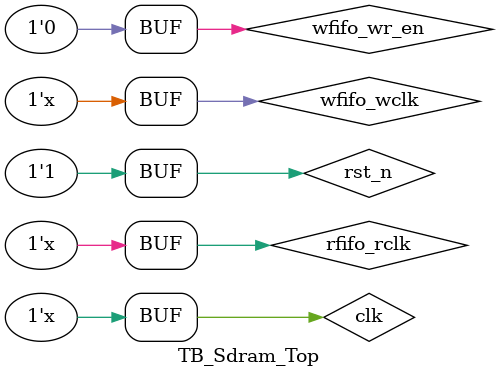
<source format=v>
`timescale      1ns/1ps

module TB_Sdram_Top;

reg             clk;
reg             rst_n;
//wfifo signal
reg             wfifo_wclk;   
reg             wfifo_wr_en;  
reg   [15:0]    wfifo_wr_data;
//rfifo signal
reg             rfifo_rclk;

wire            disp_en;
wire             rfifo_rd_en = disp_en;
wire    [15:0]  rfifo_rd_data;
wire            rfifo_rd_ready;


//-------------------------------------------------------
//SDRAM signal
wire            sdram_clk;
wire            sdram_cke;
wire            sdram_cs_n;
wire            sdram_ras_n;
wire            sdram_cas_n;
wire            sdram_we_n;
wire    [1:0]   sdram_bank;
wire    [11:0]  sdram_addr;
wire    [15:0]  sdram_data;
wire    [1:0]   sdram_dqm;

Sdram_Top Sdram_Top_inst(
    .clk                    (clk),
    .rst_n                  (rst_n),
    .sdram_clk              (sdram_clk),
    .sdram_cke              (sdram_cke),
    .sdram_cs_n             (sdram_cs_n),
    .sdram_ras_n            (sdram_ras_n),
    .sdram_cas_n            (sdram_cas_n),
    .sdram_we_n             (sdram_we_n),
    .sdram_bank             (sdram_bank),
    .sdram_addr             (sdram_addr),
    .sdram_data             (sdram_data),
    .sdram_dqm              (sdram_dqm),
    .wfifo_wclk             (wfifo_wclk),
    .wfifo_wr_en            (wfifo_wr_en),
    .wfifo_wr_data          (wfifo_wr_data),
    .rfifo_rclk             (rfifo_rclk),
    .rfifo_rd_en            (rfifo_rd_en),
    .rfifo_rd_data          (rfifo_rd_data),
    .rfifo_rd_ready         (rfifo_rd_ready)
);
 
defparam    sdram_model_plus_inst.addr_bits = 12;
defparam    sdram_model_plus_inst.data_bits = 16;
defparam    sdram_model_plus_inst.col_bits  = 8;
defparam    sdram_model_plus_inst.mem_sizes = 1048576 - 1;   //1M
    

sdram_model_plus sdram_model_plus_inst(
    .Dq                     (sdram_data), 
    .Addr                   (sdram_addr), 
    .Ba                     (sdram_bank), 
    .Clk                    (sdram_clk),    
    .Cke                    (sdram_cke), 
    .Cs_n                   (sdram_cs_n), 
    .Ras_n                  (sdram_ras_n),
    .Cas_n                  (sdram_cas_n), 
    .We_n                   (sdram_we_n), 
    .Dqm                    (sdram_dqm),
    .Debug                  (1'b1)      //·ÂÕæÄ£ÐÍÔÚµ÷ÊÔÄ£Ê½ÏÂ°Ñdebug¶¨ÒåÎª1
);

initial begin
    clk  = 1'b1;
    rst_n = 1'b0;
    #100;
    rst_n = 1'b1;

end

always #5 clk = ~clk;

initial begin
    wfifo_wclk = 1'b1;
    
    wfifo_wr_en = 1'b0;
    #210000
    wfifo_wr_en = 1'b1;
    #10240
    wfifo_wr_en = 1'b0;
end

always @(posedge wfifo_wclk or negedge rst_n)begin
    if(rst_n == 1'b0)
        wfifo_wr_data <= 'd0;
    else if(wfifo_wr_data == 255)
        wfifo_wr_data <= 'd0;
    else if(wfifo_wr_en == 1'b1)
        wfifo_wr_data <= wfifo_wr_data + 1'b1;
    end

always #10 wfifo_wclk = ~wfifo_wclk;

initial begin
rfifo_rclk = 1'b0;
//rfifo_rd_en = 1'b0;
//#225000
//rfifo_rd_en = 1'b1;


end

/*
always @(posedge rfifo_rclk or negedge rst_n)begin
    if(rst_n == 1'b0)
        rfifo_rd_en <= 1'b0;
    else if(rfifo_rd_ready == 1'b1) 
        rfifo_rd_en <= disp_en;
    else 
        rfifo_rd_en <= 1'b0;
end
*/


always #20 rfifo_rclk = ~rfifo_rclk;


//VGA_Drive
wire            lcd_hs;
wire            lcd_vs;
wire            lcd_blank;
wire            lcd_dclk;
wire    [15:0]  lcd_data;
wire     [11:0]	lcd_x;
wire     [11:0]	lcd_y;


wire    [11:0] 	hcnt;
wire    [11:0] 	vcnt;
//VGA_Dispaly
wire     [7:0]	dina = rfifo_rd_data[7:0];




//-------------------------------------------------------
//VGA_Drive
VGA_Drive VGA_Drive_inst(
	.clk                    (rfifo_rclk),//25Mhz
	.rst_n                  (rst_n & rfifo_rd_ready),
	.lcd_hs                 (lcd_hs),//ÐÐÍ¬²½ÐÅºÅ
	.lcd_vs                 (lcd_vs),//³¡Í¬²½ÐÅºÅ
    .lcd_blank              (lcd_blank),
    .lcd_dclk               (lcd_dclk),
	.lcd_x                  (lcd_x),
	.lcd_y                  (lcd_y),
    .hcnt                   (hcnt),
    .vcnt                   (vcnt)
    );	
//-------------------------------------------------------
//VGA_Dispaly
VGA_Dispaly VGA_Dispaly_inst(
	.clk                    (rfifo_rclk),//25Mhz
	.rst_n                  (rst_n & rfifo_rd_ready), 		
	.lcd_x                  (lcd_x),
	.lcd_y                  (lcd_y),
    .hcnt                   (hcnt),
    .vcnt                   (vcnt),
	.dina                   (dina),
    .rfifo_rd_ready         (rfifo_rd_ready),
    .disp_en                (disp_en),
	.lcd_data               (lcd_data)
);

endmodule

</source>
